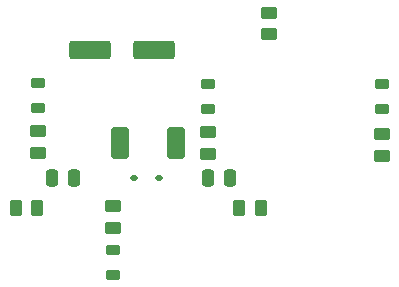
<source format=gbr>
%TF.GenerationSoftware,KiCad,Pcbnew,7.0.10*%
%TF.CreationDate,2024-02-22T19:55:08+01:00*%
%TF.ProjectId,Unibias,556e6962-6961-4732-9e6b-696361645f70,rev?*%
%TF.SameCoordinates,Original*%
%TF.FileFunction,Paste,Top*%
%TF.FilePolarity,Positive*%
%FSLAX46Y46*%
G04 Gerber Fmt 4.6, Leading zero omitted, Abs format (unit mm)*
G04 Created by KiCad (PCBNEW 7.0.10) date 2024-02-22 19:55:08*
%MOMM*%
%LPD*%
G01*
G04 APERTURE LIST*
G04 Aperture macros list*
%AMRoundRect*
0 Rectangle with rounded corners*
0 $1 Rounding radius*
0 $2 $3 $4 $5 $6 $7 $8 $9 X,Y pos of 4 corners*
0 Add a 4 corners polygon primitive as box body*
4,1,4,$2,$3,$4,$5,$6,$7,$8,$9,$2,$3,0*
0 Add four circle primitives for the rounded corners*
1,1,$1+$1,$2,$3*
1,1,$1+$1,$4,$5*
1,1,$1+$1,$6,$7*
1,1,$1+$1,$8,$9*
0 Add four rect primitives between the rounded corners*
20,1,$1+$1,$2,$3,$4,$5,0*
20,1,$1+$1,$4,$5,$6,$7,0*
20,1,$1+$1,$6,$7,$8,$9,0*
20,1,$1+$1,$8,$9,$2,$3,0*%
G04 Aperture macros list end*
%ADD10RoundRect,0.250000X-0.500000X-1.100000X0.500000X-1.100000X0.500000X1.100000X-0.500000X1.100000X0*%
%ADD11RoundRect,0.112500X-0.187500X-0.112500X0.187500X-0.112500X0.187500X0.112500X-0.187500X0.112500X0*%
%ADD12RoundRect,0.218750X-0.381250X0.218750X-0.381250X-0.218750X0.381250X-0.218750X0.381250X0.218750X0*%
%ADD13RoundRect,0.250000X0.250000X0.475000X-0.250000X0.475000X-0.250000X-0.475000X0.250000X-0.475000X0*%
%ADD14RoundRect,0.250000X-0.450000X0.262500X-0.450000X-0.262500X0.450000X-0.262500X0.450000X0.262500X0*%
%ADD15RoundRect,0.250000X0.262500X0.450000X-0.262500X0.450000X-0.262500X-0.450000X0.262500X-0.450000X0*%
%ADD16RoundRect,0.250000X-1.500000X-0.550000X1.500000X-0.550000X1.500000X0.550000X-1.500000X0.550000X0*%
%ADD17RoundRect,0.250000X-0.262500X-0.450000X0.262500X-0.450000X0.262500X0.450000X-0.262500X0.450000X0*%
G04 APERTURE END LIST*
D10*
%TO.C,D2*%
X157493000Y-93599000D03*
X162293000Y-93599000D03*
%TD*%
D11*
%TO.C,D1*%
X158750000Y-96520000D03*
X160850000Y-96520000D03*
%TD*%
D12*
%TO.C,L1*%
X156972000Y-102616000D03*
X156972000Y-104741000D03*
%TD*%
D13*
%TO.C,C1*%
X153670000Y-96520000D03*
X151770000Y-96520000D03*
%TD*%
D14*
%TO.C,R2*%
X164973000Y-92663000D03*
X164973000Y-94488000D03*
%TD*%
%TO.C,R1*%
X156972000Y-98909500D03*
X156972000Y-100734500D03*
%TD*%
D13*
%TO.C,C2*%
X166878000Y-96520000D03*
X164978000Y-96520000D03*
%TD*%
D12*
%TO.C,L2*%
X164973000Y-88553000D03*
X164973000Y-90678000D03*
%TD*%
%TO.C,L3*%
X150622000Y-88472500D03*
X150622000Y-90597500D03*
%TD*%
D14*
%TO.C,R7*%
X170180000Y-82550000D03*
X170180000Y-84375000D03*
%TD*%
%TO.C,R4*%
X179705000Y-92813500D03*
X179705000Y-94638500D03*
%TD*%
D12*
%TO.C,L4*%
X179705000Y-88599500D03*
X179705000Y-90724500D03*
%TD*%
D15*
%TO.C,R5*%
X150518500Y-99060000D03*
X148693500Y-99060000D03*
%TD*%
D14*
%TO.C,R3*%
X150622000Y-92559500D03*
X150622000Y-94384500D03*
%TD*%
D16*
%TO.C,C3*%
X155001000Y-85725000D03*
X160401000Y-85725000D03*
%TD*%
D17*
%TO.C,R6*%
X167640000Y-99060000D03*
X169465000Y-99060000D03*
%TD*%
M02*

</source>
